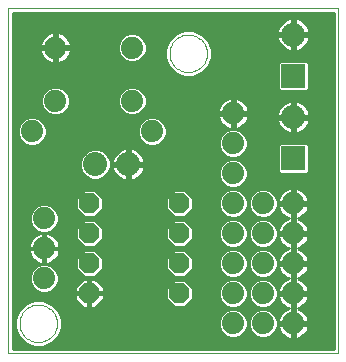
<source format=gtl>
G75*
G70*
%OFA0B0*%
%FSLAX24Y24*%
%IPPOS*%
%LPD*%
%AMOC8*
5,1,8,0,0,1.08239X$1,22.5*
%
%ADD10C,0.0000*%
%ADD11C,0.0740*%
%ADD12OC8,0.0680*%
%ADD13R,0.0800X0.0800*%
%ADD14C,0.0800*%
%ADD15C,0.0100*%
D10*
X000150Y000841D02*
X000150Y012341D01*
X011150Y012341D01*
X011150Y000841D01*
X000150Y000841D01*
X000525Y001841D02*
X000527Y001891D01*
X000533Y001940D01*
X000543Y001989D01*
X000556Y002036D01*
X000574Y002083D01*
X000595Y002128D01*
X000619Y002171D01*
X000647Y002212D01*
X000678Y002251D01*
X000712Y002287D01*
X000749Y002321D01*
X000789Y002351D01*
X000830Y002378D01*
X000874Y002402D01*
X000919Y002422D01*
X000966Y002438D01*
X001014Y002451D01*
X001063Y002460D01*
X001113Y002465D01*
X001162Y002466D01*
X001212Y002463D01*
X001261Y002456D01*
X001310Y002445D01*
X001357Y002431D01*
X001403Y002412D01*
X001448Y002390D01*
X001491Y002365D01*
X001531Y002336D01*
X001569Y002304D01*
X001605Y002270D01*
X001638Y002232D01*
X001667Y002192D01*
X001693Y002150D01*
X001716Y002106D01*
X001735Y002060D01*
X001751Y002013D01*
X001763Y001964D01*
X001771Y001915D01*
X001775Y001866D01*
X001775Y001816D01*
X001771Y001767D01*
X001763Y001718D01*
X001751Y001669D01*
X001735Y001622D01*
X001716Y001576D01*
X001693Y001532D01*
X001667Y001490D01*
X001638Y001450D01*
X001605Y001412D01*
X001569Y001378D01*
X001531Y001346D01*
X001491Y001317D01*
X001448Y001292D01*
X001403Y001270D01*
X001357Y001251D01*
X001310Y001237D01*
X001261Y001226D01*
X001212Y001219D01*
X001162Y001216D01*
X001113Y001217D01*
X001063Y001222D01*
X001014Y001231D01*
X000966Y001244D01*
X000919Y001260D01*
X000874Y001280D01*
X000830Y001304D01*
X000789Y001331D01*
X000749Y001361D01*
X000712Y001395D01*
X000678Y001431D01*
X000647Y001470D01*
X000619Y001511D01*
X000595Y001554D01*
X000574Y001599D01*
X000556Y001646D01*
X000543Y001693D01*
X000533Y001742D01*
X000527Y001791D01*
X000525Y001841D01*
X005525Y010841D02*
X005527Y010891D01*
X005533Y010940D01*
X005543Y010989D01*
X005556Y011036D01*
X005574Y011083D01*
X005595Y011128D01*
X005619Y011171D01*
X005647Y011212D01*
X005678Y011251D01*
X005712Y011287D01*
X005749Y011321D01*
X005789Y011351D01*
X005830Y011378D01*
X005874Y011402D01*
X005919Y011422D01*
X005966Y011438D01*
X006014Y011451D01*
X006063Y011460D01*
X006113Y011465D01*
X006162Y011466D01*
X006212Y011463D01*
X006261Y011456D01*
X006310Y011445D01*
X006357Y011431D01*
X006403Y011412D01*
X006448Y011390D01*
X006491Y011365D01*
X006531Y011336D01*
X006569Y011304D01*
X006605Y011270D01*
X006638Y011232D01*
X006667Y011192D01*
X006693Y011150D01*
X006716Y011106D01*
X006735Y011060D01*
X006751Y011013D01*
X006763Y010964D01*
X006771Y010915D01*
X006775Y010866D01*
X006775Y010816D01*
X006771Y010767D01*
X006763Y010718D01*
X006751Y010669D01*
X006735Y010622D01*
X006716Y010576D01*
X006693Y010532D01*
X006667Y010490D01*
X006638Y010450D01*
X006605Y010412D01*
X006569Y010378D01*
X006531Y010346D01*
X006491Y010317D01*
X006448Y010292D01*
X006403Y010270D01*
X006357Y010251D01*
X006310Y010237D01*
X006261Y010226D01*
X006212Y010219D01*
X006162Y010216D01*
X006113Y010217D01*
X006063Y010222D01*
X006014Y010231D01*
X005966Y010244D01*
X005919Y010260D01*
X005874Y010280D01*
X005830Y010304D01*
X005789Y010331D01*
X005749Y010361D01*
X005712Y010395D01*
X005678Y010431D01*
X005647Y010470D01*
X005619Y010511D01*
X005595Y010554D01*
X005574Y010599D01*
X005556Y010646D01*
X005543Y010693D01*
X005533Y010742D01*
X005527Y010791D01*
X005525Y010841D01*
D11*
X004280Y011031D03*
X004280Y009251D03*
X004950Y008241D03*
X007650Y007841D03*
X007650Y008841D03*
X007650Y006841D03*
X007650Y005841D03*
X007650Y004841D03*
X007650Y003841D03*
X007650Y002841D03*
X007650Y001841D03*
X008650Y001841D03*
X008650Y002841D03*
X008650Y003841D03*
X008650Y004841D03*
X008650Y005841D03*
X009650Y005841D03*
X009650Y004841D03*
X009650Y003841D03*
X009650Y002841D03*
X009650Y001841D03*
X001720Y009251D03*
X000950Y008241D03*
X001720Y011031D03*
X001350Y005341D03*
X001350Y004341D03*
X001350Y003341D03*
D12*
X002850Y003841D03*
X002850Y004841D03*
X002850Y005841D03*
X002850Y002841D03*
X005850Y002841D03*
X005850Y003841D03*
X005850Y004841D03*
X005850Y005841D03*
D13*
X009650Y007341D03*
X009650Y010091D03*
D14*
X009650Y008719D03*
X009650Y011469D03*
X004150Y007141D03*
X003050Y007141D03*
D15*
X002719Y006751D02*
X000300Y006751D01*
X000300Y006849D02*
X002620Y006849D01*
X002618Y006852D02*
X002761Y006708D01*
X002949Y006631D01*
X003151Y006631D01*
X003339Y006708D01*
X003482Y006852D01*
X003560Y007039D01*
X003560Y007242D01*
X003482Y007429D01*
X003339Y007573D01*
X003151Y007651D01*
X002949Y007651D01*
X002761Y007573D01*
X002618Y007429D01*
X002540Y007242D01*
X002540Y007039D01*
X002618Y006852D01*
X002578Y006948D02*
X000300Y006948D01*
X000300Y007046D02*
X002540Y007046D01*
X002540Y007145D02*
X000300Y007145D01*
X000300Y007243D02*
X002540Y007243D01*
X002581Y007342D02*
X000300Y007342D01*
X000300Y007440D02*
X002628Y007440D01*
X002727Y007539D02*
X000300Y007539D01*
X000300Y007637D02*
X002916Y007637D01*
X003184Y007637D02*
X003913Y007637D01*
X003939Y007650D02*
X003862Y007611D01*
X003792Y007560D01*
X003730Y007499D01*
X003680Y007429D01*
X003640Y007352D01*
X003614Y007269D01*
X003601Y007191D01*
X004100Y007191D01*
X004100Y007689D01*
X004021Y007677D01*
X003939Y007650D01*
X004100Y007637D02*
X004200Y007637D01*
X004200Y007689D02*
X004279Y007677D01*
X004361Y007650D01*
X004438Y007611D01*
X004508Y007560D01*
X004570Y007499D01*
X004620Y007429D01*
X004660Y007352D01*
X004686Y007269D01*
X004699Y007191D01*
X004200Y007191D01*
X004100Y007191D01*
X004100Y007091D01*
X003601Y007091D01*
X003614Y007012D01*
X003640Y006929D01*
X003680Y006852D01*
X003730Y006782D01*
X003792Y006721D01*
X003862Y006670D01*
X003939Y006631D01*
X004021Y006604D01*
X004100Y006592D01*
X004100Y007091D01*
X004200Y007091D01*
X004200Y007191D01*
X004200Y007689D01*
X004200Y007539D02*
X004100Y007539D01*
X004100Y007440D02*
X004200Y007440D01*
X004200Y007342D02*
X004100Y007342D01*
X004100Y007243D02*
X004200Y007243D01*
X004200Y007145D02*
X007275Y007145D01*
X007243Y007112D02*
X007170Y006936D01*
X007170Y006745D01*
X007243Y006569D01*
X007378Y006434D01*
X007555Y006361D01*
X007745Y006361D01*
X007922Y006434D01*
X008057Y006569D01*
X008130Y006745D01*
X008130Y006936D01*
X008057Y007112D01*
X007922Y007247D01*
X007745Y007321D01*
X007555Y007321D01*
X007378Y007247D01*
X007243Y007112D01*
X007216Y007046D02*
X004692Y007046D01*
X004686Y007012D02*
X004699Y007091D01*
X004200Y007091D01*
X004200Y006592D01*
X004279Y006604D01*
X004361Y006631D01*
X004438Y006670D01*
X004508Y006721D01*
X004570Y006782D01*
X004620Y006852D01*
X004660Y006929D01*
X004686Y007012D01*
X004666Y006948D02*
X007175Y006948D01*
X007170Y006849D02*
X004618Y006849D01*
X004538Y006751D02*
X007170Y006751D01*
X007209Y006652D02*
X004403Y006652D01*
X004200Y006652D02*
X004100Y006652D01*
X004100Y006751D02*
X004200Y006751D01*
X004200Y006849D02*
X004100Y006849D01*
X004100Y006948D02*
X004200Y006948D01*
X004200Y007046D02*
X004100Y007046D01*
X004100Y007145D02*
X003560Y007145D01*
X003560Y007243D02*
X003609Y007243D01*
X003637Y007342D02*
X003519Y007342D01*
X003472Y007440D02*
X003688Y007440D01*
X003770Y007539D02*
X003373Y007539D01*
X003560Y007046D02*
X003608Y007046D01*
X003634Y006948D02*
X003522Y006948D01*
X003480Y006849D02*
X003682Y006849D01*
X003762Y006751D02*
X003381Y006751D01*
X003203Y006652D02*
X003897Y006652D01*
X003300Y006027D02*
X003036Y006291D01*
X002664Y006291D01*
X002400Y006027D01*
X002400Y005654D01*
X002664Y005391D01*
X003036Y005391D01*
X003300Y005654D01*
X003300Y006027D01*
X003266Y006061D02*
X005434Y006061D01*
X005400Y006027D02*
X005400Y005654D01*
X005664Y005391D01*
X006036Y005391D01*
X006300Y005654D01*
X006300Y006027D01*
X006036Y006291D01*
X005664Y006291D01*
X005400Y006027D01*
X005400Y005963D02*
X003300Y005963D01*
X003300Y005864D02*
X005400Y005864D01*
X005400Y005766D02*
X003300Y005766D01*
X003300Y005667D02*
X005400Y005667D01*
X005486Y005569D02*
X003214Y005569D01*
X003116Y005470D02*
X005584Y005470D01*
X005664Y005291D02*
X005400Y005027D01*
X005400Y004654D01*
X005664Y004391D01*
X006036Y004391D01*
X006300Y004654D01*
X006300Y005027D01*
X006036Y005291D01*
X005664Y005291D01*
X005646Y005273D02*
X003054Y005273D01*
X003036Y005291D02*
X002664Y005291D01*
X002400Y005027D01*
X002400Y004654D01*
X002664Y004391D01*
X003036Y004391D01*
X003300Y004654D01*
X003300Y005027D01*
X003036Y005291D01*
X003152Y005175D02*
X005548Y005175D01*
X005449Y005076D02*
X003251Y005076D01*
X003300Y004978D02*
X005400Y004978D01*
X005400Y004879D02*
X003300Y004879D01*
X003300Y004781D02*
X005400Y004781D01*
X005400Y004682D02*
X003300Y004682D01*
X003229Y004584D02*
X005471Y004584D01*
X005569Y004485D02*
X003131Y004485D01*
X003036Y004291D02*
X002664Y004291D01*
X002400Y004027D01*
X002400Y003654D01*
X002664Y003391D01*
X003036Y003391D01*
X003300Y003654D01*
X003300Y004027D01*
X003036Y004291D01*
X003039Y004288D02*
X005661Y004288D01*
X005664Y004291D02*
X005400Y004027D01*
X005400Y003654D01*
X005664Y003391D01*
X006036Y003391D01*
X006300Y003654D01*
X006300Y004027D01*
X006036Y004291D01*
X005664Y004291D01*
X005563Y004190D02*
X003137Y004190D01*
X003236Y004091D02*
X005464Y004091D01*
X005400Y003993D02*
X003300Y003993D01*
X003300Y003894D02*
X005400Y003894D01*
X005400Y003796D02*
X003300Y003796D01*
X003300Y003697D02*
X005400Y003697D01*
X005456Y003599D02*
X003244Y003599D01*
X003146Y003500D02*
X005554Y003500D01*
X005653Y003402D02*
X003047Y003402D01*
X003053Y003331D02*
X002880Y003331D01*
X002880Y002871D01*
X002820Y002871D01*
X002820Y003331D01*
X002647Y003331D01*
X002360Y003044D01*
X002360Y002871D01*
X002820Y002871D01*
X002820Y002811D01*
X000300Y002811D01*
X000300Y002909D02*
X001137Y002909D01*
X001078Y002934D02*
X001255Y002861D01*
X001445Y002861D01*
X001622Y002934D01*
X001757Y003069D01*
X001830Y003245D01*
X001830Y003436D01*
X001757Y003612D01*
X001622Y003747D01*
X001445Y003821D01*
X001255Y003821D01*
X001078Y003747D01*
X000943Y003612D01*
X000870Y003436D01*
X000870Y003245D01*
X000943Y003069D01*
X001078Y002934D01*
X001004Y003008D02*
X000300Y003008D01*
X000300Y003106D02*
X000928Y003106D01*
X000887Y003205D02*
X000300Y003205D01*
X000300Y003303D02*
X000870Y003303D01*
X000870Y003402D02*
X000300Y003402D01*
X000300Y003500D02*
X000897Y003500D01*
X000937Y003599D02*
X000300Y003599D01*
X000300Y003697D02*
X001028Y003697D01*
X001194Y003796D02*
X000300Y003796D01*
X000300Y003894D02*
X001081Y003894D01*
X001077Y003896D02*
X001150Y003859D01*
X001228Y003833D01*
X001309Y003821D01*
X001321Y003821D01*
X001321Y004312D01*
X000830Y004312D01*
X000830Y004300D01*
X000843Y004219D01*
X000868Y004141D01*
X000905Y004068D01*
X000953Y004002D01*
X001011Y003944D01*
X001077Y003896D01*
X000963Y003993D02*
X000300Y003993D01*
X000300Y004091D02*
X000894Y004091D01*
X000852Y004190D02*
X000300Y004190D01*
X000300Y004288D02*
X000832Y004288D01*
X000830Y004369D02*
X001321Y004369D01*
X001321Y004312D01*
X001379Y004312D01*
X001379Y004369D01*
X001870Y004369D01*
X001870Y004381D01*
X001857Y004462D01*
X001832Y004540D01*
X001795Y004613D01*
X001747Y004679D01*
X001689Y004737D01*
X001623Y004785D01*
X001550Y004822D01*
X001472Y004848D01*
X001391Y004861D01*
X001379Y004861D01*
X001379Y004369D01*
X001321Y004369D01*
X001321Y004861D01*
X001309Y004861D01*
X001228Y004848D01*
X001150Y004822D01*
X001077Y004785D01*
X001011Y004737D01*
X000953Y004679D01*
X000905Y004613D01*
X000868Y004540D01*
X000843Y004462D01*
X000830Y004381D01*
X000830Y004369D01*
X000831Y004387D02*
X000300Y004387D01*
X000300Y004485D02*
X000850Y004485D01*
X000890Y004584D02*
X000300Y004584D01*
X000300Y004682D02*
X000956Y004682D01*
X001071Y004781D02*
X000300Y004781D01*
X000300Y004879D02*
X001210Y004879D01*
X001255Y004861D02*
X001445Y004861D01*
X001622Y004934D01*
X001757Y005069D01*
X001830Y005245D01*
X001830Y005436D01*
X001757Y005612D01*
X001622Y005747D01*
X001445Y005821D01*
X001255Y005821D01*
X001078Y005747D01*
X000943Y005612D01*
X000870Y005436D01*
X000870Y005245D01*
X000943Y005069D01*
X001078Y004934D01*
X001255Y004861D01*
X001321Y004781D02*
X001379Y004781D01*
X001379Y004682D02*
X001321Y004682D01*
X001321Y004584D02*
X001379Y004584D01*
X001379Y004485D02*
X001321Y004485D01*
X001321Y004387D02*
X001379Y004387D01*
X001379Y004312D02*
X001870Y004312D01*
X001870Y004300D01*
X001857Y004219D01*
X001832Y004141D01*
X001795Y004068D01*
X001747Y004002D01*
X001689Y003944D01*
X001623Y003896D01*
X001550Y003859D01*
X001472Y003833D01*
X001391Y003821D01*
X001379Y003821D01*
X001379Y004312D01*
X001379Y004288D02*
X001321Y004288D01*
X001321Y004190D02*
X001379Y004190D01*
X001379Y004091D02*
X001321Y004091D01*
X001321Y003993D02*
X001379Y003993D01*
X001379Y003894D02*
X001321Y003894D01*
X001506Y003796D02*
X002400Y003796D01*
X002400Y003894D02*
X001619Y003894D01*
X001737Y003993D02*
X002400Y003993D01*
X002464Y004091D02*
X001806Y004091D01*
X001848Y004190D02*
X002563Y004190D01*
X002661Y004288D02*
X001868Y004288D01*
X001869Y004387D02*
X007492Y004387D01*
X007555Y004361D02*
X007745Y004361D01*
X007922Y004434D01*
X008057Y004569D01*
X008130Y004745D01*
X008130Y004936D01*
X008057Y005112D01*
X007922Y005247D01*
X007745Y005321D01*
X007555Y005321D01*
X007378Y005247D01*
X007243Y005112D01*
X007170Y004936D01*
X007170Y004745D01*
X007243Y004569D01*
X007378Y004434D01*
X007555Y004361D01*
X007555Y004321D02*
X007378Y004247D01*
X007243Y004112D01*
X007170Y003936D01*
X007170Y003745D01*
X007243Y003569D01*
X007378Y003434D01*
X007555Y003361D01*
X007745Y003361D01*
X007922Y003434D01*
X008057Y003569D01*
X008130Y003745D01*
X008130Y003936D01*
X008057Y004112D01*
X007922Y004247D01*
X007745Y004321D01*
X007555Y004321D01*
X007476Y004288D02*
X006039Y004288D01*
X006137Y004190D02*
X007320Y004190D01*
X007234Y004091D02*
X006236Y004091D01*
X006300Y003993D02*
X007193Y003993D01*
X007170Y003894D02*
X006300Y003894D01*
X006300Y003796D02*
X007170Y003796D01*
X007190Y003697D02*
X006300Y003697D01*
X006244Y003599D02*
X007231Y003599D01*
X007312Y003500D02*
X006146Y003500D01*
X006047Y003402D02*
X007456Y003402D01*
X007512Y003303D02*
X003080Y003303D01*
X003053Y003331D02*
X003340Y003044D01*
X003340Y002871D01*
X002880Y002871D01*
X002880Y002811D01*
X005400Y002811D01*
X005400Y002909D02*
X003340Y002909D01*
X003340Y002811D02*
X002880Y002811D01*
X002880Y002351D01*
X003053Y002351D01*
X003340Y002638D01*
X003340Y002811D01*
X003340Y002712D02*
X005400Y002712D01*
X005400Y002654D02*
X005664Y002391D01*
X006036Y002391D01*
X006300Y002654D01*
X006300Y003027D01*
X006036Y003291D01*
X005664Y003291D01*
X005400Y003027D01*
X005400Y002654D01*
X005441Y002614D02*
X003316Y002614D01*
X003217Y002515D02*
X005539Y002515D01*
X005638Y002417D02*
X003119Y002417D01*
X002880Y002417D02*
X002820Y002417D01*
X002820Y002351D02*
X002647Y002351D01*
X002360Y002638D01*
X002360Y002811D01*
X002820Y002811D01*
X002880Y002811D01*
X002820Y002811D02*
X002820Y002351D01*
X002820Y002515D02*
X002880Y002515D01*
X002880Y002614D02*
X002820Y002614D01*
X002820Y002712D02*
X002880Y002712D01*
X002880Y002909D02*
X002820Y002909D01*
X002820Y003008D02*
X002880Y003008D01*
X002880Y003106D02*
X002820Y003106D01*
X002820Y003205D02*
X002880Y003205D01*
X002880Y003303D02*
X002820Y003303D01*
X002653Y003402D02*
X001830Y003402D01*
X001830Y003303D02*
X002620Y003303D01*
X002521Y003205D02*
X001813Y003205D01*
X001772Y003106D02*
X002423Y003106D01*
X002360Y003008D02*
X001696Y003008D01*
X001563Y002909D02*
X002360Y002909D01*
X002360Y002712D02*
X000300Y002712D01*
X000300Y002614D02*
X000991Y002614D01*
X000996Y002616D02*
X000711Y002498D01*
X000493Y002280D01*
X000375Y001995D01*
X000375Y001686D01*
X000493Y001402D01*
X000711Y001184D01*
X000996Y001066D01*
X001304Y001066D01*
X001589Y001184D01*
X001807Y001402D01*
X001925Y001686D01*
X001925Y001995D01*
X001807Y002280D01*
X001589Y002498D01*
X001304Y002616D01*
X000996Y002616D01*
X000753Y002515D02*
X000300Y002515D01*
X000300Y002417D02*
X000630Y002417D01*
X000531Y002318D02*
X000300Y002318D01*
X000300Y002220D02*
X000468Y002220D01*
X000427Y002121D02*
X000300Y002121D01*
X000300Y002023D02*
X000387Y002023D01*
X000375Y001924D02*
X000300Y001924D01*
X000300Y001826D02*
X000375Y001826D01*
X000375Y001727D02*
X000300Y001727D01*
X000300Y001629D02*
X000399Y001629D01*
X000440Y001530D02*
X000300Y001530D01*
X000300Y001432D02*
X000481Y001432D01*
X000561Y001333D02*
X000300Y001333D01*
X000300Y001235D02*
X000660Y001235D01*
X000826Y001136D02*
X000300Y001136D01*
X000300Y001038D02*
X011000Y001038D01*
X011000Y000991D02*
X011000Y012191D01*
X000300Y012191D01*
X000300Y000991D01*
X011000Y000991D01*
X011000Y001136D02*
X001474Y001136D01*
X001640Y001235D02*
X011000Y001235D01*
X011000Y001333D02*
X009770Y001333D01*
X009772Y001333D02*
X009850Y001359D01*
X009923Y001396D01*
X009989Y001444D01*
X010047Y001502D01*
X010095Y001568D01*
X010132Y001641D01*
X010157Y001719D01*
X010169Y001791D01*
X009700Y001791D01*
X009700Y001891D01*
X009600Y001891D01*
X009600Y002359D01*
X009600Y002791D01*
X009131Y002791D01*
X009143Y002719D01*
X009168Y002641D01*
X009205Y002568D01*
X009253Y002502D01*
X009311Y002444D01*
X009377Y002396D01*
X009450Y002359D01*
X009506Y002341D01*
X009450Y002322D01*
X009377Y002285D01*
X009311Y002237D01*
X009253Y002179D01*
X009205Y002113D01*
X009168Y002040D01*
X009143Y001962D01*
X009131Y001891D01*
X009600Y001891D01*
X009600Y001791D01*
X009131Y001791D01*
X009143Y001719D01*
X009168Y001641D01*
X009205Y001568D01*
X009253Y001502D01*
X009311Y001444D01*
X009377Y001396D01*
X009450Y001359D01*
X009528Y001333D01*
X009600Y001322D01*
X009600Y001791D01*
X009700Y001791D01*
X009700Y001322D01*
X009772Y001333D01*
X009700Y001333D02*
X009600Y001333D01*
X009530Y001333D02*
X001739Y001333D01*
X001819Y001432D02*
X007383Y001432D01*
X007378Y001434D02*
X007555Y001361D01*
X007745Y001361D01*
X007922Y001434D01*
X008057Y001569D01*
X008130Y001745D01*
X008130Y001936D01*
X008057Y002112D01*
X007922Y002247D01*
X007745Y002321D01*
X007555Y002321D01*
X007378Y002247D01*
X007243Y002112D01*
X007170Y001936D01*
X007170Y001745D01*
X007243Y001569D01*
X007378Y001434D01*
X007282Y001530D02*
X001860Y001530D01*
X001901Y001629D02*
X007218Y001629D01*
X007177Y001727D02*
X001925Y001727D01*
X001925Y001826D02*
X007170Y001826D01*
X007170Y001924D02*
X001925Y001924D01*
X001913Y002023D02*
X007206Y002023D01*
X007252Y002121D02*
X001873Y002121D01*
X001832Y002220D02*
X007350Y002220D01*
X007548Y002318D02*
X001769Y002318D01*
X001670Y002417D02*
X002581Y002417D01*
X002483Y002515D02*
X001547Y002515D01*
X001309Y002614D02*
X002384Y002614D01*
X003179Y003205D02*
X005578Y003205D01*
X005479Y003106D02*
X003277Y003106D01*
X003340Y003008D02*
X005400Y003008D01*
X006122Y003205D02*
X007335Y003205D01*
X007378Y003247D02*
X007243Y003112D01*
X007170Y002936D01*
X007170Y002745D01*
X007243Y002569D01*
X007378Y002434D01*
X007555Y002361D01*
X007745Y002361D01*
X007922Y002434D01*
X008057Y002569D01*
X008130Y002745D01*
X008130Y002936D01*
X008057Y003112D01*
X007922Y003247D01*
X007745Y003321D01*
X007555Y003321D01*
X007378Y003247D01*
X007240Y003106D02*
X006221Y003106D01*
X006300Y003008D02*
X007200Y003008D01*
X007170Y002909D02*
X006300Y002909D01*
X006300Y002811D02*
X007170Y002811D01*
X007184Y002712D02*
X006300Y002712D01*
X006259Y002614D02*
X007224Y002614D01*
X007297Y002515D02*
X006161Y002515D01*
X006062Y002417D02*
X007419Y002417D01*
X007752Y002318D02*
X008548Y002318D01*
X008555Y002321D02*
X008378Y002247D01*
X008243Y002112D01*
X008170Y001936D01*
X008170Y001745D01*
X008243Y001569D01*
X008378Y001434D01*
X008555Y001361D01*
X008745Y001361D01*
X008922Y001434D01*
X009057Y001569D01*
X009130Y001745D01*
X009130Y001936D01*
X009057Y002112D01*
X008922Y002247D01*
X008745Y002321D01*
X008555Y002321D01*
X008555Y002361D02*
X008745Y002361D01*
X008922Y002434D01*
X009057Y002569D01*
X009130Y002745D01*
X009130Y002936D01*
X009057Y003112D01*
X008922Y003247D01*
X008745Y003321D01*
X008555Y003321D01*
X008378Y003247D01*
X008243Y003112D01*
X008170Y002936D01*
X008170Y002745D01*
X008243Y002569D01*
X008378Y002434D01*
X008555Y002361D01*
X008419Y002417D02*
X007881Y002417D01*
X008003Y002515D02*
X008297Y002515D01*
X008224Y002614D02*
X008076Y002614D01*
X008116Y002712D02*
X008184Y002712D01*
X008170Y002811D02*
X008130Y002811D01*
X008130Y002909D02*
X008170Y002909D01*
X008200Y003008D02*
X008100Y003008D01*
X008060Y003106D02*
X008240Y003106D01*
X008335Y003205D02*
X007965Y003205D01*
X007788Y003303D02*
X008512Y003303D01*
X008555Y003361D02*
X008745Y003361D01*
X008922Y003434D01*
X009057Y003569D01*
X009130Y003745D01*
X009130Y003936D01*
X009057Y004112D01*
X008922Y004247D01*
X008745Y004321D01*
X008555Y004321D01*
X008378Y004247D01*
X008243Y004112D01*
X008170Y003936D01*
X008170Y003745D01*
X008243Y003569D01*
X008378Y003434D01*
X008555Y003361D01*
X008456Y003402D02*
X007844Y003402D01*
X007988Y003500D02*
X008312Y003500D01*
X008231Y003599D02*
X008069Y003599D01*
X008110Y003697D02*
X008190Y003697D01*
X008170Y003796D02*
X008130Y003796D01*
X008130Y003894D02*
X008170Y003894D01*
X008193Y003993D02*
X008107Y003993D01*
X008066Y004091D02*
X008234Y004091D01*
X008320Y004190D02*
X007980Y004190D01*
X007824Y004288D02*
X008476Y004288D01*
X008492Y004387D02*
X007808Y004387D01*
X007973Y004485D02*
X008327Y004485D01*
X008378Y004434D02*
X008243Y004569D01*
X008170Y004745D01*
X008170Y004936D01*
X008243Y005112D01*
X008378Y005247D01*
X008555Y005321D01*
X008745Y005321D01*
X008922Y005247D01*
X009057Y005112D01*
X009130Y004936D01*
X009130Y004745D01*
X009057Y004569D01*
X008922Y004434D01*
X008745Y004361D01*
X008555Y004361D01*
X008378Y004434D01*
X008237Y004584D02*
X008063Y004584D01*
X008104Y004682D02*
X008196Y004682D01*
X008170Y004781D02*
X008130Y004781D01*
X008130Y004879D02*
X008170Y004879D01*
X008187Y004978D02*
X008113Y004978D01*
X008072Y005076D02*
X008228Y005076D01*
X008305Y005175D02*
X007995Y005175D01*
X007860Y005273D02*
X008440Y005273D01*
X008528Y005372D02*
X007772Y005372D01*
X007745Y005361D02*
X007555Y005361D01*
X007378Y005434D01*
X007243Y005569D01*
X007170Y005745D01*
X007170Y005936D01*
X007243Y006112D01*
X007378Y006247D01*
X007555Y006321D01*
X007745Y006321D01*
X007922Y006247D01*
X008057Y006112D01*
X008130Y005936D01*
X008130Y005745D01*
X008057Y005569D01*
X007922Y005434D01*
X007745Y005361D01*
X007528Y005372D02*
X001830Y005372D01*
X001830Y005273D02*
X002646Y005273D01*
X002548Y005175D02*
X001801Y005175D01*
X001760Y005076D02*
X002449Y005076D01*
X002400Y004978D02*
X001666Y004978D01*
X001629Y004781D02*
X002400Y004781D01*
X002400Y004879D02*
X001490Y004879D01*
X001744Y004682D02*
X002400Y004682D01*
X002471Y004584D02*
X001810Y004584D01*
X001850Y004485D02*
X002569Y004485D01*
X002400Y003697D02*
X001672Y003697D01*
X001763Y003599D02*
X002456Y003599D01*
X002554Y003500D02*
X001803Y003500D01*
X001034Y004978D02*
X000300Y004978D01*
X000300Y005076D02*
X000940Y005076D01*
X000899Y005175D02*
X000300Y005175D01*
X000300Y005273D02*
X000870Y005273D01*
X000870Y005372D02*
X000300Y005372D01*
X000300Y005470D02*
X000884Y005470D01*
X000925Y005569D02*
X000300Y005569D01*
X000300Y005667D02*
X000998Y005667D01*
X001122Y005766D02*
X000300Y005766D01*
X000300Y005864D02*
X002400Y005864D01*
X002400Y005766D02*
X001578Y005766D01*
X001702Y005667D02*
X002400Y005667D01*
X002486Y005569D02*
X001775Y005569D01*
X001816Y005470D02*
X002584Y005470D01*
X002400Y005963D02*
X000300Y005963D01*
X000300Y006061D02*
X002434Y006061D01*
X002533Y006160D02*
X000300Y006160D01*
X000300Y006258D02*
X002631Y006258D01*
X003069Y006258D02*
X005631Y006258D01*
X005533Y006160D02*
X003167Y006160D01*
X002897Y006652D02*
X000300Y006652D01*
X000300Y006554D02*
X007258Y006554D01*
X007357Y006455D02*
X000300Y006455D01*
X000300Y006357D02*
X009584Y006357D01*
X009600Y006357D02*
X009700Y006357D01*
X009700Y006359D02*
X009700Y005891D01*
X009600Y005891D01*
X009600Y006359D01*
X009528Y006348D01*
X009450Y006322D01*
X009377Y006285D01*
X009311Y006237D01*
X009253Y006179D01*
X009205Y006113D01*
X009168Y006040D01*
X009143Y005962D01*
X009131Y005891D01*
X009600Y005891D01*
X009600Y005791D01*
X009131Y005791D01*
X009143Y005719D01*
X009168Y005641D01*
X009205Y005568D01*
X009253Y005502D01*
X009311Y005444D01*
X009377Y005396D01*
X009450Y005359D01*
X009506Y005341D01*
X009450Y005322D01*
X009377Y005285D01*
X009311Y005237D01*
X009253Y005179D01*
X009205Y005113D01*
X009168Y005040D01*
X009143Y004962D01*
X009131Y004891D01*
X009600Y004891D01*
X009600Y005791D01*
X009700Y005791D01*
X009700Y005891D01*
X010169Y005891D01*
X010157Y005962D01*
X010132Y006040D01*
X010095Y006113D01*
X010047Y006179D01*
X009989Y006237D01*
X009923Y006285D01*
X009850Y006322D01*
X009772Y006348D01*
X009700Y006359D01*
X009716Y006357D02*
X011000Y006357D01*
X011000Y006455D02*
X007943Y006455D01*
X008042Y006554D02*
X011000Y006554D01*
X011000Y006652D02*
X008091Y006652D01*
X008130Y006751D02*
X011000Y006751D01*
X011000Y006849D02*
X010114Y006849D01*
X010096Y006831D02*
X010160Y006895D01*
X010160Y007786D01*
X010096Y007851D01*
X009204Y007851D01*
X009140Y007786D01*
X009140Y006895D01*
X009204Y006831D01*
X010096Y006831D01*
X010160Y006948D02*
X011000Y006948D01*
X011000Y007046D02*
X010160Y007046D01*
X010160Y007145D02*
X011000Y007145D01*
X011000Y007243D02*
X010160Y007243D01*
X010160Y007342D02*
X011000Y007342D01*
X011000Y007440D02*
X010160Y007440D01*
X010160Y007539D02*
X011000Y007539D01*
X011000Y007637D02*
X010160Y007637D01*
X010160Y007736D02*
X011000Y007736D01*
X011000Y007834D02*
X010112Y007834D01*
X009899Y008228D02*
X011000Y008228D01*
X011000Y008130D02*
X008040Y008130D01*
X008057Y008112D02*
X007922Y008247D01*
X007745Y008321D01*
X007555Y008321D01*
X007378Y008247D01*
X007243Y008112D01*
X007170Y007936D01*
X007170Y007745D01*
X007243Y007569D01*
X007378Y007434D01*
X007555Y007361D01*
X007745Y007361D01*
X007922Y007434D01*
X008057Y007569D01*
X008130Y007745D01*
X008130Y007936D01*
X008057Y008112D01*
X008091Y008031D02*
X011000Y008031D01*
X011000Y007933D02*
X008130Y007933D01*
X008130Y007834D02*
X009188Y007834D01*
X009140Y007736D02*
X008126Y007736D01*
X008085Y007637D02*
X009140Y007637D01*
X009140Y007539D02*
X008027Y007539D01*
X007928Y007440D02*
X009140Y007440D01*
X009140Y007342D02*
X004663Y007342D01*
X004691Y007243D02*
X007374Y007243D01*
X007372Y007440D02*
X004612Y007440D01*
X004530Y007539D02*
X007273Y007539D01*
X007215Y007637D02*
X004387Y007637D01*
X004678Y007834D02*
X001222Y007834D01*
X001357Y007969D01*
X001430Y008145D01*
X001430Y008336D01*
X001357Y008512D01*
X001222Y008647D01*
X001045Y008721D01*
X000855Y008721D01*
X000678Y008647D01*
X000543Y008512D01*
X000470Y008336D01*
X000470Y008145D01*
X000543Y007969D01*
X000678Y007834D01*
X000300Y007834D01*
X000300Y007736D02*
X007174Y007736D01*
X007170Y007834D02*
X005222Y007834D01*
X005357Y007969D01*
X005430Y008145D01*
X005430Y008336D01*
X005357Y008512D01*
X005222Y008647D01*
X005045Y008721D01*
X004855Y008721D01*
X004678Y008647D01*
X004543Y008512D01*
X004470Y008336D01*
X004470Y008145D01*
X004543Y007969D01*
X004678Y007834D01*
X004855Y007761D01*
X005045Y007761D01*
X005222Y007834D01*
X005321Y007933D02*
X007170Y007933D01*
X007209Y008031D02*
X005383Y008031D01*
X005424Y008130D02*
X007260Y008130D01*
X007359Y008228D02*
X005430Y008228D01*
X005430Y008327D02*
X007571Y008327D01*
X007600Y008327D02*
X007700Y008327D01*
X007700Y008322D02*
X007772Y008333D01*
X007850Y008359D01*
X007923Y008396D01*
X007989Y008444D01*
X008047Y008502D01*
X008095Y008568D01*
X008132Y008641D01*
X008157Y008719D01*
X008169Y008791D01*
X007700Y008791D01*
X007700Y008891D01*
X007600Y008891D01*
X007600Y009359D01*
X007528Y009348D01*
X007450Y009322D01*
X007377Y009285D01*
X007311Y009237D01*
X007253Y009179D01*
X007205Y009113D01*
X007168Y009040D01*
X007143Y008962D01*
X007131Y008891D01*
X007600Y008891D01*
X007600Y008791D01*
X007131Y008791D01*
X007143Y008719D01*
X007168Y008641D01*
X007205Y008568D01*
X007253Y008502D01*
X007311Y008444D01*
X007377Y008396D01*
X007450Y008359D01*
X007528Y008333D01*
X007600Y008322D01*
X007600Y008791D01*
X007700Y008791D01*
X007700Y008322D01*
X007729Y008327D02*
X009264Y008327D01*
X009292Y008299D02*
X009230Y008360D01*
X009180Y008430D01*
X009140Y008507D01*
X009114Y008590D01*
X009101Y008669D01*
X009600Y008669D01*
X009600Y008769D01*
X009600Y009267D01*
X009521Y009255D01*
X009439Y009228D01*
X009362Y009189D01*
X009292Y009138D01*
X009230Y009077D01*
X009180Y009007D01*
X009140Y008930D01*
X009114Y008847D01*
X009101Y008769D01*
X009600Y008769D01*
X009700Y008769D01*
X009700Y009267D01*
X009779Y009255D01*
X009861Y009228D01*
X009938Y009189D01*
X010008Y009138D01*
X010070Y009077D01*
X010120Y009007D01*
X010160Y008930D01*
X010186Y008847D01*
X010199Y008769D01*
X009700Y008769D01*
X009700Y008669D01*
X010199Y008669D01*
X010186Y008590D01*
X010160Y008507D01*
X010120Y008430D01*
X010070Y008360D01*
X010008Y008299D01*
X009938Y008248D01*
X009861Y008209D01*
X009779Y008182D01*
X009700Y008170D01*
X009700Y008669D01*
X009600Y008669D01*
X009600Y008170D01*
X009521Y008182D01*
X009439Y008209D01*
X009362Y008248D01*
X009292Y008299D01*
X009401Y008228D02*
X007941Y008228D01*
X007963Y008425D02*
X009183Y008425D01*
X009135Y008524D02*
X008062Y008524D01*
X008122Y008622D02*
X009108Y008622D01*
X009109Y008819D02*
X007700Y008819D01*
X007700Y008891D02*
X008169Y008891D01*
X008157Y008962D01*
X008132Y009040D01*
X008095Y009113D01*
X008047Y009179D01*
X007989Y009237D01*
X007923Y009285D01*
X007850Y009322D01*
X007772Y009348D01*
X007700Y009359D01*
X007700Y008891D01*
X007700Y008918D02*
X007600Y008918D01*
X007600Y009016D02*
X007700Y009016D01*
X007700Y009115D02*
X007600Y009115D01*
X007600Y009213D02*
X007700Y009213D01*
X007700Y009312D02*
X007600Y009312D01*
X007429Y009312D02*
X004760Y009312D01*
X004760Y009346D02*
X004687Y009522D01*
X004552Y009657D01*
X004375Y009731D01*
X004185Y009731D01*
X004008Y009657D01*
X003873Y009522D01*
X003800Y009346D01*
X003800Y009155D01*
X003873Y008979D01*
X004008Y008844D01*
X004185Y008771D01*
X004375Y008771D01*
X004552Y008844D01*
X004687Y008979D01*
X004760Y009155D01*
X004760Y009346D01*
X004733Y009410D02*
X011000Y009410D01*
X011000Y009312D02*
X007871Y009312D01*
X008013Y009213D02*
X009409Y009213D01*
X009268Y009115D02*
X008094Y009115D01*
X008140Y009016D02*
X009186Y009016D01*
X009136Y008918D02*
X008164Y008918D01*
X008157Y008721D02*
X009600Y008721D01*
X009600Y008819D02*
X009700Y008819D01*
X009700Y008721D02*
X011000Y008721D01*
X011000Y008819D02*
X010191Y008819D01*
X010164Y008918D02*
X011000Y008918D01*
X011000Y009016D02*
X010114Y009016D01*
X010032Y009115D02*
X011000Y009115D01*
X011000Y009213D02*
X009891Y009213D01*
X009700Y009213D02*
X009600Y009213D01*
X009600Y009115D02*
X009700Y009115D01*
X009700Y009016D02*
X009600Y009016D01*
X009600Y008918D02*
X009700Y008918D01*
X009700Y008622D02*
X009600Y008622D01*
X009600Y008524D02*
X009700Y008524D01*
X009700Y008425D02*
X009600Y008425D01*
X009600Y008327D02*
X009700Y008327D01*
X009700Y008228D02*
X009600Y008228D01*
X010036Y008327D02*
X011000Y008327D01*
X011000Y008425D02*
X010117Y008425D01*
X010165Y008524D02*
X011000Y008524D01*
X011000Y008622D02*
X010192Y008622D01*
X010096Y009581D02*
X010160Y009645D01*
X010160Y010536D01*
X010096Y010601D01*
X009204Y010601D01*
X009140Y010536D01*
X009140Y009645D01*
X009204Y009581D01*
X010096Y009581D01*
X010122Y009607D02*
X011000Y009607D01*
X011000Y009509D02*
X004693Y009509D01*
X004602Y009607D02*
X009178Y009607D01*
X009140Y009706D02*
X004436Y009706D01*
X004124Y009706D02*
X001876Y009706D01*
X001815Y009731D02*
X001625Y009731D01*
X001448Y009657D01*
X001313Y009522D01*
X001240Y009346D01*
X001240Y009155D01*
X001313Y008979D01*
X001448Y008844D01*
X001625Y008771D01*
X001815Y008771D01*
X001992Y008844D01*
X002127Y008979D01*
X002200Y009155D01*
X002200Y009346D01*
X002127Y009522D01*
X001992Y009657D01*
X001815Y009731D01*
X001564Y009706D02*
X000300Y009706D01*
X000300Y009804D02*
X009140Y009804D01*
X009140Y009903D02*
X000300Y009903D01*
X000300Y010001D02*
X009140Y010001D01*
X009140Y010100D02*
X006386Y010100D01*
X006304Y010066D02*
X006589Y010184D01*
X006807Y010402D01*
X006925Y010686D01*
X006925Y010995D01*
X006807Y011280D01*
X006589Y011498D01*
X006304Y011616D01*
X005996Y011616D01*
X005711Y011498D01*
X005493Y011280D01*
X005375Y010995D01*
X005375Y010686D01*
X005493Y010402D01*
X005711Y010184D01*
X005996Y010066D01*
X006304Y010066D01*
X006604Y010198D02*
X009140Y010198D01*
X009140Y010297D02*
X006702Y010297D01*
X006801Y010395D02*
X009140Y010395D01*
X009140Y010494D02*
X006845Y010494D01*
X006886Y010592D02*
X009196Y010592D01*
X009385Y010986D02*
X006925Y010986D01*
X006925Y010888D02*
X011000Y010888D01*
X011000Y010986D02*
X009915Y010986D01*
X009938Y010998D02*
X009861Y010959D01*
X009779Y010932D01*
X009700Y010920D01*
X009700Y011419D01*
X009700Y011519D01*
X009600Y011519D01*
X009600Y012017D01*
X009521Y012005D01*
X009439Y011978D01*
X009362Y011939D01*
X009292Y011888D01*
X009230Y011827D01*
X009180Y011757D01*
X009140Y011680D01*
X009114Y011597D01*
X009101Y011519D01*
X009600Y011519D01*
X009600Y011419D01*
X009101Y011419D01*
X009114Y011340D01*
X009140Y011257D01*
X009180Y011180D01*
X009230Y011110D01*
X009292Y011049D01*
X009362Y010998D01*
X009439Y010959D01*
X009521Y010932D01*
X009600Y010920D01*
X009600Y011419D01*
X009700Y011419D01*
X010199Y011419D01*
X010186Y011340D01*
X010160Y011257D01*
X010120Y011180D01*
X010070Y011110D01*
X010008Y011049D01*
X009938Y010998D01*
X010044Y011085D02*
X011000Y011085D01*
X011000Y011183D02*
X010122Y011183D01*
X010168Y011282D02*
X011000Y011282D01*
X011000Y011380D02*
X010193Y011380D01*
X010199Y011519D02*
X010186Y011597D01*
X010160Y011680D01*
X010120Y011757D01*
X010070Y011827D01*
X010008Y011888D01*
X009938Y011939D01*
X009861Y011978D01*
X009779Y012005D01*
X009700Y012017D01*
X009700Y011519D01*
X010199Y011519D01*
X010190Y011577D02*
X011000Y011577D01*
X011000Y011479D02*
X009700Y011479D01*
X009700Y011577D02*
X009600Y011577D01*
X009600Y011479D02*
X006608Y011479D01*
X006706Y011380D02*
X009107Y011380D01*
X009132Y011282D02*
X006805Y011282D01*
X006847Y011183D02*
X009178Y011183D01*
X009256Y011085D02*
X006888Y011085D01*
X006925Y010789D02*
X011000Y010789D01*
X011000Y010691D02*
X006925Y010691D01*
X006397Y011577D02*
X009110Y011577D01*
X009139Y011676D02*
X000300Y011676D01*
X000300Y011774D02*
X009192Y011774D01*
X009276Y011873D02*
X000300Y011873D01*
X000300Y011971D02*
X009425Y011971D01*
X009600Y011971D02*
X009700Y011971D01*
X009700Y011873D02*
X009600Y011873D01*
X009600Y011774D02*
X009700Y011774D01*
X009700Y011676D02*
X009600Y011676D01*
X009600Y011380D02*
X009700Y011380D01*
X009700Y011282D02*
X009600Y011282D01*
X009600Y011183D02*
X009700Y011183D01*
X009700Y011085D02*
X009600Y011085D01*
X009600Y010986D02*
X009700Y010986D01*
X010104Y010592D02*
X011000Y010592D01*
X011000Y010494D02*
X010160Y010494D01*
X010160Y010395D02*
X011000Y010395D01*
X011000Y010297D02*
X010160Y010297D01*
X010160Y010198D02*
X011000Y010198D01*
X011000Y010100D02*
X010160Y010100D01*
X010160Y010001D02*
X011000Y010001D01*
X011000Y009903D02*
X010160Y009903D01*
X010160Y009804D02*
X011000Y009804D01*
X011000Y009706D02*
X010160Y009706D01*
X010161Y011676D02*
X011000Y011676D01*
X011000Y011774D02*
X010108Y011774D01*
X010024Y011873D02*
X011000Y011873D01*
X011000Y011971D02*
X009875Y011971D01*
X011000Y012070D02*
X000300Y012070D01*
X000300Y012168D02*
X011000Y012168D01*
X007700Y008721D02*
X007600Y008721D01*
X007600Y008819D02*
X004493Y008819D01*
X004626Y008918D02*
X007136Y008918D01*
X007160Y009016D02*
X004702Y009016D01*
X004743Y009115D02*
X007206Y009115D01*
X007287Y009213D02*
X004760Y009213D01*
X004653Y008622D02*
X001247Y008622D01*
X001346Y008524D02*
X004554Y008524D01*
X004507Y008425D02*
X001393Y008425D01*
X001430Y008327D02*
X004470Y008327D01*
X004470Y008228D02*
X001430Y008228D01*
X001424Y008130D02*
X004476Y008130D01*
X004517Y008031D02*
X001383Y008031D01*
X001321Y007933D02*
X004579Y007933D01*
X005247Y008622D02*
X007178Y008622D01*
X007143Y008721D02*
X000300Y008721D01*
X000300Y008819D02*
X001507Y008819D01*
X001374Y008918D02*
X000300Y008918D01*
X000300Y009016D02*
X001298Y009016D01*
X001257Y009115D02*
X000300Y009115D01*
X000300Y009213D02*
X001240Y009213D01*
X001240Y009312D02*
X000300Y009312D01*
X000300Y009410D02*
X001267Y009410D01*
X001307Y009509D02*
X000300Y009509D01*
X000300Y009607D02*
X001398Y009607D01*
X002042Y009607D02*
X003958Y009607D01*
X003867Y009509D02*
X002133Y009509D01*
X002173Y009410D02*
X003827Y009410D01*
X003800Y009312D02*
X002200Y009312D01*
X002200Y009213D02*
X003800Y009213D01*
X003817Y009115D02*
X002183Y009115D01*
X002142Y009016D02*
X003858Y009016D01*
X003934Y008918D02*
X002066Y008918D01*
X001933Y008819D02*
X004067Y008819D01*
X005346Y008524D02*
X007238Y008524D01*
X007337Y008425D02*
X005393Y008425D01*
X005914Y010100D02*
X000300Y010100D01*
X000300Y010198D02*
X005696Y010198D01*
X005598Y010297D02*
X000300Y010297D01*
X000300Y010395D02*
X005499Y010395D01*
X005455Y010494D02*
X000300Y010494D01*
X000300Y010592D02*
X001439Y010592D01*
X001447Y010586D02*
X001520Y010549D01*
X001598Y010523D01*
X001670Y010512D01*
X001670Y010981D01*
X001201Y010981D01*
X001213Y010909D01*
X001238Y010831D01*
X001275Y010758D01*
X001323Y010692D01*
X001381Y010634D01*
X001447Y010586D01*
X001325Y010691D02*
X000300Y010691D01*
X000300Y010789D02*
X001259Y010789D01*
X001220Y010888D02*
X000300Y010888D01*
X000300Y010986D02*
X001670Y010986D01*
X001670Y010981D02*
X001670Y011081D01*
X001670Y011549D01*
X001598Y011538D01*
X001520Y011512D01*
X001447Y011475D01*
X001381Y011427D01*
X001323Y011369D01*
X001275Y011303D01*
X001238Y011230D01*
X001213Y011152D01*
X001201Y011081D01*
X001670Y011081D01*
X001770Y011081D01*
X001770Y011549D01*
X001842Y011538D01*
X001920Y011512D01*
X001993Y011475D01*
X002059Y011427D01*
X002117Y011369D01*
X002165Y011303D01*
X002202Y011230D01*
X002227Y011152D01*
X002239Y011081D01*
X001770Y011081D01*
X001770Y010981D01*
X002239Y010981D01*
X002227Y010909D01*
X002202Y010831D01*
X002165Y010758D01*
X002117Y010692D01*
X002059Y010634D01*
X001993Y010586D01*
X001920Y010549D01*
X001842Y010523D01*
X001770Y010512D01*
X001770Y010981D01*
X001670Y010981D01*
X001670Y010888D02*
X001770Y010888D01*
X001770Y010986D02*
X003800Y010986D01*
X003800Y010935D02*
X003873Y010759D01*
X004008Y010624D01*
X004185Y010551D01*
X004375Y010551D01*
X004552Y010624D01*
X004687Y010759D01*
X004760Y010935D01*
X004760Y011126D01*
X004687Y011302D01*
X004552Y011437D01*
X004375Y011511D01*
X004185Y011511D01*
X004008Y011437D01*
X003873Y011302D01*
X003800Y011126D01*
X003800Y010935D01*
X003820Y010888D02*
X002220Y010888D01*
X002181Y010789D02*
X003860Y010789D01*
X003941Y010691D02*
X002115Y010691D01*
X002001Y010592D02*
X004084Y010592D01*
X004476Y010592D02*
X005414Y010592D01*
X005375Y010691D02*
X004619Y010691D01*
X004700Y010789D02*
X005375Y010789D01*
X005375Y010888D02*
X004740Y010888D01*
X004760Y010986D02*
X005375Y010986D01*
X005412Y011085D02*
X004760Y011085D01*
X004736Y011183D02*
X005453Y011183D01*
X005495Y011282D02*
X004696Y011282D01*
X004609Y011380D02*
X005594Y011380D01*
X005692Y011479D02*
X004453Y011479D01*
X004107Y011479D02*
X001986Y011479D01*
X002106Y011380D02*
X003951Y011380D01*
X003864Y011282D02*
X002176Y011282D01*
X002217Y011183D02*
X003824Y011183D01*
X003800Y011085D02*
X002238Y011085D01*
X001770Y011085D02*
X001670Y011085D01*
X001670Y011183D02*
X001770Y011183D01*
X001770Y011282D02*
X001670Y011282D01*
X001670Y011380D02*
X001770Y011380D01*
X001770Y011479D02*
X001670Y011479D01*
X001454Y011479D02*
X000300Y011479D01*
X000300Y011577D02*
X005903Y011577D01*
X007600Y008622D02*
X007700Y008622D01*
X007700Y008524D02*
X007600Y008524D01*
X007600Y008425D02*
X007700Y008425D01*
X007926Y007243D02*
X009140Y007243D01*
X009140Y007145D02*
X008025Y007145D01*
X008084Y007046D02*
X009140Y007046D01*
X009140Y006948D02*
X008125Y006948D01*
X008130Y006849D02*
X009186Y006849D01*
X009340Y006258D02*
X008896Y006258D01*
X008922Y006247D02*
X008745Y006321D01*
X008555Y006321D01*
X008378Y006247D01*
X008243Y006112D01*
X008170Y005936D01*
X008170Y005745D01*
X008243Y005569D01*
X008378Y005434D01*
X008555Y005361D01*
X008745Y005361D01*
X008922Y005434D01*
X009057Y005569D01*
X009130Y005745D01*
X009130Y005936D01*
X009057Y006112D01*
X008922Y006247D01*
X009010Y006160D02*
X009239Y006160D01*
X009179Y006061D02*
X009078Y006061D01*
X009119Y005963D02*
X009143Y005963D01*
X009130Y005864D02*
X009600Y005864D01*
X009600Y005766D02*
X009700Y005766D01*
X009700Y005791D02*
X009700Y005322D01*
X009700Y004891D01*
X009600Y004891D01*
X009600Y004791D01*
X009131Y004791D01*
X009143Y004719D01*
X009168Y004641D01*
X009205Y004568D01*
X009253Y004502D01*
X009311Y004444D01*
X009377Y004396D01*
X009450Y004359D01*
X009506Y004341D01*
X009450Y004322D01*
X009377Y004285D01*
X009311Y004237D01*
X009253Y004179D01*
X009205Y004113D01*
X009168Y004040D01*
X009143Y003962D01*
X009131Y003891D01*
X009600Y003891D01*
X009600Y004791D01*
X009700Y004791D01*
X009700Y004891D01*
X010169Y004891D01*
X010157Y004962D01*
X010132Y005040D01*
X010095Y005113D01*
X010047Y005179D01*
X009989Y005237D01*
X009923Y005285D01*
X009850Y005322D01*
X009794Y005341D01*
X009850Y005359D01*
X009923Y005396D01*
X009989Y005444D01*
X010047Y005502D01*
X010095Y005568D01*
X010132Y005641D01*
X010157Y005719D01*
X010169Y005791D01*
X009700Y005791D01*
X009700Y005864D02*
X011000Y005864D01*
X011000Y005766D02*
X010165Y005766D01*
X010140Y005667D02*
X011000Y005667D01*
X011000Y005569D02*
X010095Y005569D01*
X010015Y005470D02*
X011000Y005470D01*
X011000Y005372D02*
X009875Y005372D01*
X009939Y005273D02*
X011000Y005273D01*
X011000Y005175D02*
X010050Y005175D01*
X010114Y005076D02*
X011000Y005076D01*
X011000Y004978D02*
X010152Y004978D01*
X010169Y004791D02*
X009700Y004791D01*
X009700Y004322D01*
X009700Y003891D01*
X009600Y003891D01*
X009600Y003791D01*
X009131Y003791D01*
X009143Y003719D01*
X009168Y003641D01*
X009205Y003568D01*
X009253Y003502D01*
X009311Y003444D01*
X009377Y003396D01*
X009450Y003359D01*
X009506Y003341D01*
X009450Y003322D01*
X009377Y003285D01*
X009311Y003237D01*
X009253Y003179D01*
X009205Y003113D01*
X009168Y003040D01*
X009143Y002962D01*
X009131Y002891D01*
X009600Y002891D01*
X009600Y003359D01*
X009600Y003791D01*
X009700Y003791D01*
X009700Y003891D01*
X010169Y003891D01*
X010157Y003962D01*
X010132Y004040D01*
X010095Y004113D01*
X010047Y004179D01*
X009989Y004237D01*
X009923Y004285D01*
X009850Y004322D01*
X009794Y004341D01*
X009850Y004359D01*
X009923Y004396D01*
X009989Y004444D01*
X010047Y004502D01*
X010095Y004568D01*
X010132Y004641D01*
X010157Y004719D01*
X010169Y004791D01*
X010167Y004781D02*
X011000Y004781D01*
X011000Y004879D02*
X009700Y004879D01*
X009700Y004781D02*
X009600Y004781D01*
X009600Y004879D02*
X009130Y004879D01*
X009130Y004781D02*
X009133Y004781D01*
X009155Y004682D02*
X009104Y004682D01*
X009063Y004584D02*
X009197Y004584D01*
X009270Y004485D02*
X008973Y004485D01*
X008808Y004387D02*
X009396Y004387D01*
X009383Y004288D02*
X008824Y004288D01*
X008980Y004190D02*
X009264Y004190D01*
X009194Y004091D02*
X009066Y004091D01*
X009107Y003993D02*
X009153Y003993D01*
X009130Y003894D02*
X009132Y003894D01*
X009130Y003796D02*
X009600Y003796D01*
X009600Y003894D02*
X009700Y003894D01*
X009700Y003796D02*
X011000Y003796D01*
X011000Y003894D02*
X010168Y003894D01*
X010147Y003993D02*
X011000Y003993D01*
X011000Y004091D02*
X010106Y004091D01*
X010036Y004190D02*
X011000Y004190D01*
X011000Y004288D02*
X009917Y004288D01*
X009904Y004387D02*
X011000Y004387D01*
X011000Y004485D02*
X010030Y004485D01*
X010103Y004584D02*
X011000Y004584D01*
X011000Y004682D02*
X010145Y004682D01*
X009700Y004682D02*
X009600Y004682D01*
X009600Y004584D02*
X009700Y004584D01*
X009700Y004485D02*
X009600Y004485D01*
X009600Y004387D02*
X009700Y004387D01*
X009700Y004288D02*
X009600Y004288D01*
X009600Y004190D02*
X009700Y004190D01*
X009700Y004091D02*
X009600Y004091D01*
X009600Y003993D02*
X009700Y003993D01*
X009700Y003791D02*
X010169Y003791D01*
X010157Y003719D01*
X010132Y003641D01*
X010095Y003568D01*
X010047Y003502D01*
X009989Y003444D01*
X009923Y003396D01*
X009850Y003359D01*
X009794Y003341D01*
X009850Y003322D01*
X009923Y003285D01*
X009989Y003237D01*
X010047Y003179D01*
X010095Y003113D01*
X010132Y003040D01*
X010157Y002962D01*
X010169Y002891D01*
X009700Y002891D01*
X009600Y002891D01*
X009600Y002791D01*
X009700Y002791D01*
X009700Y002891D01*
X009700Y003791D01*
X009700Y003697D02*
X009600Y003697D01*
X009600Y003599D02*
X009700Y003599D01*
X009700Y003500D02*
X009600Y003500D01*
X009600Y003402D02*
X009700Y003402D01*
X009700Y003303D02*
X009600Y003303D01*
X009600Y003205D02*
X009700Y003205D01*
X009700Y003106D02*
X009600Y003106D01*
X009600Y003008D02*
X009700Y003008D01*
X009700Y002909D02*
X009600Y002909D01*
X009600Y002811D02*
X009130Y002811D01*
X009130Y002909D02*
X009134Y002909D01*
X009158Y003008D02*
X009100Y003008D01*
X009060Y003106D02*
X009202Y003106D01*
X009279Y003205D02*
X008965Y003205D01*
X008788Y003303D02*
X009412Y003303D01*
X009370Y003402D02*
X008844Y003402D01*
X008988Y003500D02*
X009255Y003500D01*
X009190Y003599D02*
X009069Y003599D01*
X009110Y003697D02*
X009150Y003697D01*
X009930Y003402D02*
X011000Y003402D01*
X011000Y003500D02*
X010045Y003500D01*
X010110Y003599D02*
X011000Y003599D01*
X011000Y003697D02*
X010150Y003697D01*
X009888Y003303D02*
X011000Y003303D01*
X011000Y003205D02*
X010021Y003205D01*
X010098Y003106D02*
X011000Y003106D01*
X011000Y003008D02*
X010142Y003008D01*
X010166Y002909D02*
X011000Y002909D01*
X011000Y002811D02*
X009700Y002811D01*
X009700Y002791D02*
X010169Y002791D01*
X010157Y002719D01*
X010132Y002641D01*
X010095Y002568D01*
X010047Y002502D01*
X009989Y002444D01*
X009923Y002396D01*
X009850Y002359D01*
X009794Y002341D01*
X009850Y002322D01*
X009923Y002285D01*
X009989Y002237D01*
X010047Y002179D01*
X010095Y002113D01*
X010132Y002040D01*
X010157Y001962D01*
X010169Y001891D01*
X009700Y001891D01*
X009700Y002791D01*
X009700Y002712D02*
X009600Y002712D01*
X009600Y002614D02*
X009700Y002614D01*
X009700Y002515D02*
X009600Y002515D01*
X009600Y002417D02*
X009700Y002417D01*
X009700Y002318D02*
X009600Y002318D01*
X009600Y002220D02*
X009700Y002220D01*
X009700Y002121D02*
X009600Y002121D01*
X009600Y002023D02*
X009700Y002023D01*
X009700Y001924D02*
X009600Y001924D01*
X009600Y001826D02*
X009130Y001826D01*
X009130Y001924D02*
X009137Y001924D01*
X009162Y002023D02*
X009094Y002023D01*
X009048Y002121D02*
X009211Y002121D01*
X009294Y002220D02*
X008950Y002220D01*
X008881Y002417D02*
X009349Y002417D01*
X009442Y002318D02*
X008752Y002318D01*
X009003Y002515D02*
X009244Y002515D01*
X009182Y002614D02*
X009076Y002614D01*
X009116Y002712D02*
X009145Y002712D01*
X008350Y002220D02*
X007950Y002220D01*
X008048Y002121D02*
X008252Y002121D01*
X008206Y002023D02*
X008094Y002023D01*
X008130Y001924D02*
X008170Y001924D01*
X008170Y001826D02*
X008130Y001826D01*
X008123Y001727D02*
X008177Y001727D01*
X008218Y001629D02*
X008082Y001629D01*
X008018Y001530D02*
X008282Y001530D01*
X008383Y001432D02*
X007917Y001432D01*
X008917Y001432D02*
X009328Y001432D01*
X009233Y001530D02*
X009018Y001530D01*
X009082Y001629D02*
X009174Y001629D01*
X009141Y001727D02*
X009123Y001727D01*
X009600Y001727D02*
X009700Y001727D01*
X009700Y001629D02*
X009600Y001629D01*
X009600Y001530D02*
X009700Y001530D01*
X009700Y001432D02*
X009600Y001432D01*
X009700Y001826D02*
X011000Y001826D01*
X011000Y001924D02*
X010163Y001924D01*
X010138Y002023D02*
X011000Y002023D01*
X011000Y002121D02*
X010089Y002121D01*
X010006Y002220D02*
X011000Y002220D01*
X011000Y002318D02*
X009858Y002318D01*
X009951Y002417D02*
X011000Y002417D01*
X011000Y002515D02*
X010056Y002515D01*
X010118Y002614D02*
X011000Y002614D01*
X011000Y002712D02*
X010155Y002712D01*
X010159Y001727D02*
X011000Y001727D01*
X011000Y001629D02*
X010126Y001629D01*
X010067Y001530D02*
X011000Y001530D01*
X011000Y001432D02*
X009972Y001432D01*
X007327Y004485D02*
X006131Y004485D01*
X006229Y004584D02*
X007237Y004584D01*
X007196Y004682D02*
X006300Y004682D01*
X006300Y004781D02*
X007170Y004781D01*
X007170Y004879D02*
X006300Y004879D01*
X006300Y004978D02*
X007187Y004978D01*
X007228Y005076D02*
X006251Y005076D01*
X006152Y005175D02*
X007305Y005175D01*
X007440Y005273D02*
X006054Y005273D01*
X006116Y005470D02*
X007342Y005470D01*
X007243Y005569D02*
X006214Y005569D01*
X006300Y005667D02*
X007202Y005667D01*
X007170Y005766D02*
X006300Y005766D01*
X006300Y005864D02*
X007170Y005864D01*
X007181Y005963D02*
X006300Y005963D01*
X006266Y006061D02*
X007222Y006061D01*
X007290Y006160D02*
X006167Y006160D01*
X006069Y006258D02*
X007404Y006258D01*
X007896Y006258D02*
X008404Y006258D01*
X008290Y006160D02*
X008010Y006160D01*
X008078Y006061D02*
X008222Y006061D01*
X008181Y005963D02*
X008119Y005963D01*
X008130Y005864D02*
X008170Y005864D01*
X008170Y005766D02*
X008130Y005766D01*
X008098Y005667D02*
X008202Y005667D01*
X008243Y005569D02*
X008057Y005569D01*
X007958Y005470D02*
X008342Y005470D01*
X008772Y005372D02*
X009425Y005372D01*
X009361Y005273D02*
X008860Y005273D01*
X008995Y005175D02*
X009250Y005175D01*
X009186Y005076D02*
X009072Y005076D01*
X009113Y004978D02*
X009148Y004978D01*
X009600Y004978D02*
X009700Y004978D01*
X009700Y005076D02*
X009600Y005076D01*
X009600Y005175D02*
X009700Y005175D01*
X009700Y005273D02*
X009600Y005273D01*
X009600Y005372D02*
X009700Y005372D01*
X009700Y005470D02*
X009600Y005470D01*
X009600Y005569D02*
X009700Y005569D01*
X009700Y005667D02*
X009600Y005667D01*
X009600Y005963D02*
X009700Y005963D01*
X009700Y006061D02*
X009600Y006061D01*
X009600Y006160D02*
X009700Y006160D01*
X009700Y006258D02*
X009600Y006258D01*
X009960Y006258D02*
X011000Y006258D01*
X011000Y006160D02*
X010061Y006160D01*
X010121Y006061D02*
X011000Y006061D01*
X011000Y005963D02*
X010157Y005963D01*
X009285Y005470D02*
X008958Y005470D01*
X009057Y005569D02*
X009205Y005569D01*
X009160Y005667D02*
X009098Y005667D01*
X009130Y005766D02*
X009135Y005766D01*
X001770Y010592D02*
X001670Y010592D01*
X001670Y010691D02*
X001770Y010691D01*
X001770Y010789D02*
X001670Y010789D01*
X001202Y011085D02*
X000300Y011085D01*
X000300Y011183D02*
X001223Y011183D01*
X001264Y011282D02*
X000300Y011282D01*
X000300Y011380D02*
X001334Y011380D01*
X000653Y008622D02*
X000300Y008622D01*
X000300Y008524D02*
X000554Y008524D01*
X000507Y008425D02*
X000300Y008425D01*
X000300Y008327D02*
X000470Y008327D01*
X000470Y008228D02*
X000300Y008228D01*
X000300Y008130D02*
X000476Y008130D01*
X000517Y008031D02*
X000300Y008031D01*
X000300Y007933D02*
X000579Y007933D01*
X000678Y007834D02*
X000855Y007761D01*
X001045Y007761D01*
X001222Y007834D01*
M02*

</source>
